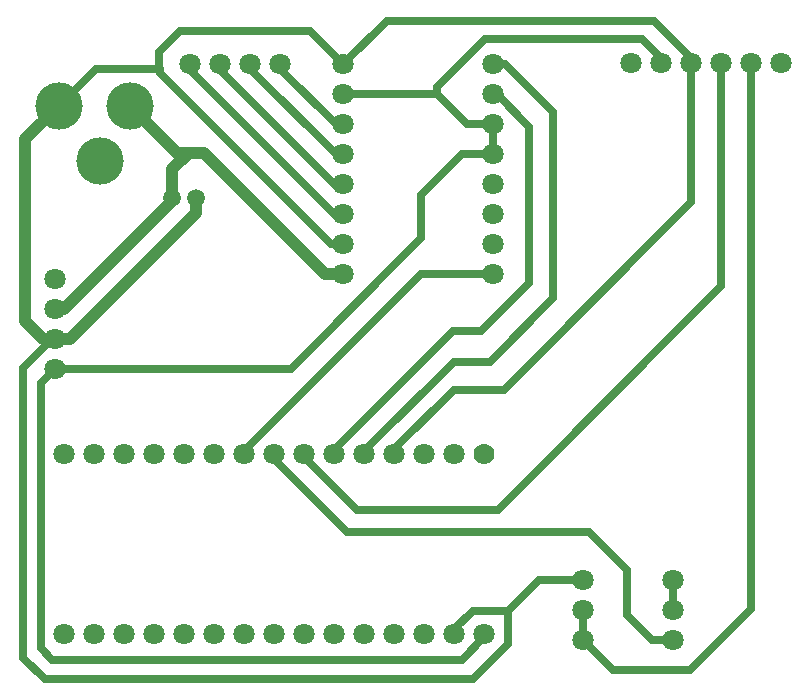
<source format=gbl>
G04 Layer: BottomLayer*
G04 EasyEDA v6.5.22, 2023-03-16 00:42:12*
G04 6c7d3366ae2840beb83d5b943752a861,1465fc12622e42b796a721e2995872a7,10*
G04 Gerber Generator version 0.2*
G04 Scale: 100 percent, Rotated: No, Reflected: No *
G04 Dimensions in millimeters *
G04 leading zeros omitted , absolute positions ,4 integer and 5 decimal *
%FSLAX45Y45*%
%MOMM*%

%ADD10C,0.7000*%
%ADD11C,1.0000*%
%ADD12C,1.8000*%
%ADD13C,1.7780*%
%ADD14C,4.0000*%
%ADD15C,1.5000*%

%LPD*%
D10*
X2189988Y5480050D02*
G01*
X2189988Y5441950D01*
X2913888Y4718050D01*
X2977388Y4718050D01*
X1935988Y5480050D02*
G01*
X1935988Y5429250D01*
X2901188Y4464050D01*
X2977388Y4464050D01*
X1681987Y5480050D02*
G01*
X1681987Y5429250D01*
X2901188Y4210050D01*
X2977388Y4210050D01*
X1427987Y5441950D02*
G01*
X1427987Y5403850D01*
X2875788Y3956050D01*
X2977388Y3956050D01*
X2977390Y5480050D02*
G01*
X3345690Y5848350D01*
X5611141Y5848350D01*
X5923790Y5535701D01*
X5923790Y5492750D01*
X6177788Y5492750D02*
G01*
X6177788Y3600450D01*
X4285488Y1708150D01*
X3092704Y1708150D01*
X2647188Y2153412D01*
X2647188Y2178050D01*
X5771388Y603250D02*
G01*
X5593588Y603250D01*
X5377688Y819150D01*
X5377688Y1200150D01*
X5060188Y1517650D01*
X3011170Y1517650D01*
X2393188Y2135631D01*
X2393188Y2178050D01*
D11*
X514604Y3155950D02*
G01*
X437387Y3155950D01*
X284987Y3308350D01*
X284987Y4844287D01*
X569213Y5128513D01*
D10*
X538987Y2901950D02*
G01*
X2532888Y2901950D01*
X3639311Y4008373D01*
X3639311Y4376673D01*
X3980688Y4718050D01*
X4247388Y4718050D01*
D11*
X1731187Y4349750D02*
G01*
X1731187Y4221149D01*
X665987Y3155950D01*
X538987Y3155950D01*
X538987Y3409950D02*
G01*
X615187Y3409950D01*
X1531188Y4325950D01*
X1531188Y4349750D01*
X1531188Y4349750D02*
G01*
X1531188Y4590770D01*
X1670888Y4730470D01*
X1670812Y4730495D02*
G01*
X1796542Y4730495D01*
X2824988Y3702050D01*
X2977388Y3702050D01*
D10*
X2977388Y5480050D02*
G01*
X2697988Y5759450D01*
X1593087Y5759450D01*
X1415287Y5581650D01*
X1415287Y5442965D01*
X1415287Y5441950D01*
X569216Y5128387D02*
G01*
X883820Y5442991D01*
X1415287Y5441950D01*
X538987Y2901950D02*
G01*
X416305Y2779268D01*
X416305Y535431D01*
X513587Y438150D01*
X3980434Y438150D01*
X4171188Y628904D01*
X4171188Y654050D01*
X514604Y3155950D02*
G01*
X270002Y2911347D01*
X270002Y453136D01*
X450087Y273050D01*
X4076191Y273050D01*
X4375150Y572262D01*
X4375150Y851154D01*
X5009388Y603250D02*
G01*
X5263388Y349250D01*
X5911088Y349250D01*
X6431788Y869950D01*
X6431788Y5492750D01*
X2901188Y2178050D02*
G01*
X2901188Y2211323D01*
X3909313Y3219450D01*
X4145788Y3219450D01*
X4552188Y3625850D01*
X4552188Y4949952D01*
X4276090Y5226050D01*
X4247388Y5226050D01*
X5009390Y857250D02*
G01*
X5009390Y603250D01*
X538990Y3155950D02*
G01*
X514555Y3155950D01*
X3917190Y654050D02*
G01*
X3917190Y695096D01*
X4073248Y851154D01*
X4375254Y851154D01*
X4375254Y851154D02*
G01*
X4635350Y1111250D01*
X5009390Y1111250D01*
X5771390Y1111250D02*
G01*
X5771390Y857250D01*
X2139190Y2178050D02*
G01*
X2139190Y2204237D01*
X3637003Y3702050D01*
X4247390Y3702050D01*
X4247390Y4718050D02*
G01*
X4247390Y4972050D01*
X2977390Y5226050D02*
G01*
X3769819Y5226050D01*
X3769819Y5226050D02*
G01*
X4023819Y4972050D01*
X4247390Y4972050D01*
X3769819Y5226050D02*
G01*
X3769819Y5289905D01*
X4175000Y5695086D01*
X5505960Y5695086D01*
X5669790Y5531256D01*
X5669790Y5492750D01*
D11*
X1169164Y5128387D02*
G01*
X1567080Y4730470D01*
X1670890Y4730470D01*
D10*
X2443988Y5480050D02*
G01*
X2443988Y5441950D01*
X2913888Y4972050D01*
X2977388Y4972050D01*
X5923788Y5492750D02*
G01*
X5923788Y4311650D01*
X4336288Y2724150D01*
X3914393Y2724150D01*
X3409188Y2218944D01*
X3409188Y2178050D01*
X4247388Y5480050D02*
G01*
X4348988Y5480050D01*
X4755388Y5073650D01*
X4755388Y3498850D01*
X4216654Y2960115D01*
X3911345Y2960115D01*
X3155188Y2203957D01*
X3155188Y2178050D01*
D12*
G01*
X4247388Y5480050D03*
G01*
X4247388Y5226050D03*
G01*
X4247388Y4972050D03*
G01*
X4247388Y4718050D03*
G01*
X4247388Y4464050D03*
G01*
X4247388Y4210050D03*
G01*
X4247388Y3956050D03*
G01*
X4247388Y3702050D03*
G01*
X2977388Y3702050D03*
G01*
X2977388Y3956050D03*
G01*
X2977388Y4210050D03*
G01*
X2977388Y4464050D03*
G01*
X2977388Y4718050D03*
G01*
X2977388Y4972050D03*
G01*
X2977388Y5226050D03*
G01*
X2977388Y5480050D03*
D13*
G01*
X4171188Y2178050D03*
D12*
G01*
X3917188Y2178050D03*
G01*
X2139188Y2178050D03*
G01*
X3663188Y2178050D03*
G01*
X3409188Y2178050D03*
G01*
X3155188Y2178050D03*
G01*
X2901188Y2178050D03*
G01*
X2647188Y2178050D03*
G01*
X2393188Y2178050D03*
G01*
X1885187Y2178050D03*
G01*
X1631187Y2178050D03*
G01*
X1377187Y2178050D03*
G01*
X1123187Y2178050D03*
G01*
X869187Y2178050D03*
G01*
X615187Y2178050D03*
G01*
X615187Y654050D03*
G01*
X869187Y654050D03*
G01*
X1123187Y654050D03*
G01*
X1377187Y654050D03*
G01*
X1631187Y654050D03*
G01*
X1885187Y654050D03*
G01*
X2139188Y654050D03*
G01*
X2393188Y654050D03*
G01*
X2647188Y654050D03*
G01*
X2901188Y654050D03*
G01*
X3155188Y654050D03*
G01*
X3409188Y654050D03*
G01*
X3663188Y654050D03*
G01*
X3917188Y654050D03*
G01*
X4171188Y654050D03*
D14*
G01*
X1169162Y5128387D03*
G01*
X569213Y5128387D03*
G01*
X919226Y4663312D03*
D12*
G01*
X1681987Y5480050D03*
G01*
X1935988Y5480050D03*
G01*
X2189988Y5480050D03*
G01*
X2443988Y5480050D03*
G01*
X5415788Y5492750D03*
G01*
X5669788Y5492750D03*
G01*
X5923788Y5492750D03*
G01*
X6177788Y5492750D03*
G01*
X6431788Y5492750D03*
G01*
X6685788Y5492750D03*
G01*
X538987Y3663950D03*
G01*
X538987Y3409950D03*
G01*
X538987Y3155950D03*
G01*
X538987Y2901950D03*
D15*
G01*
X1531188Y4349750D03*
G01*
X1731187Y4349750D03*
D12*
G01*
X5009388Y603250D03*
G01*
X5771388Y603250D03*
G01*
X5771388Y857250D03*
G01*
X5009388Y857250D03*
G01*
X5009388Y1111250D03*
G01*
X5771388Y1111250D03*
M02*

</source>
